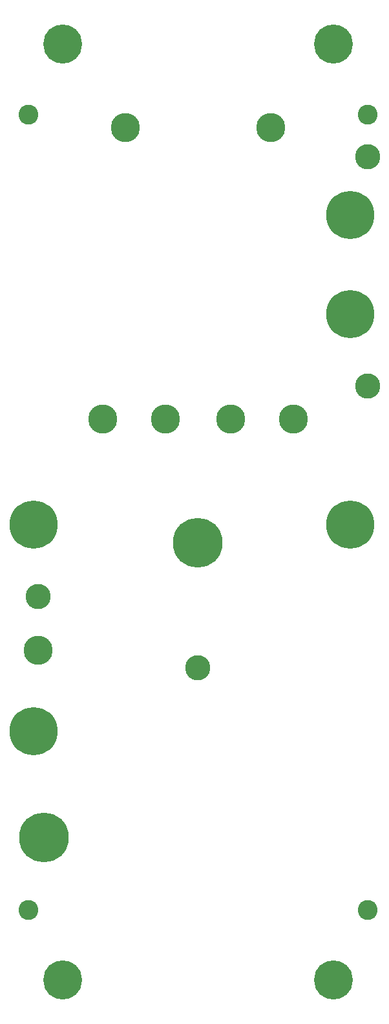
<source format=gbr>
G04 #@! TF.GenerationSoftware,KiCad,Pcbnew,(6.0.1)*
G04 #@! TF.CreationDate,2023-10-17T13:43:02-07:00*
G04 #@! TF.ProjectId,SpankulatorPanel,5370616e-6b75-46c6-9174-6f7250616e65,rev?*
G04 #@! TF.SameCoordinates,Original*
G04 #@! TF.FileFunction,Soldermask,Bot*
G04 #@! TF.FilePolarity,Negative*
%FSLAX46Y46*%
G04 Gerber Fmt 4.6, Leading zero omitted, Abs format (unit mm)*
G04 Created by KiCad (PCBNEW (6.0.1)) date 2023-10-17 13:43:02*
%MOMM*%
%LPD*%
G01*
G04 APERTURE LIST*
%ADD10C,5.102000*%
%ADD11C,6.502000*%
%ADD12C,3.302000*%
%ADD13C,2.602000*%
%ADD14C,3.802000*%
%ADD15C,6.302000*%
G04 APERTURE END LIST*
D10*
X67500000Y-43000000D03*
X103000000Y-43000000D03*
X103000000Y-165400000D03*
X67500000Y-165400000D03*
D11*
X85200000Y-108250000D03*
X65000000Y-146750000D03*
D12*
X64250000Y-115250000D03*
X107430000Y-87750000D03*
X107430000Y-57750000D03*
D13*
X63000000Y-52250000D03*
X107500000Y-52250000D03*
X107500000Y-156250000D03*
X63000000Y-156250000D03*
D14*
X75750000Y-54000000D03*
X94750000Y-54000000D03*
X64250000Y-122250000D03*
X72750000Y-92100000D03*
X81000000Y-92100000D03*
X89500000Y-92100000D03*
X97750000Y-92100000D03*
D15*
X63650000Y-105880000D03*
X105150000Y-65380000D03*
X105150000Y-78380000D03*
X105150000Y-105880000D03*
X63650000Y-132880000D03*
D12*
X85200000Y-124550000D03*
M02*

</source>
